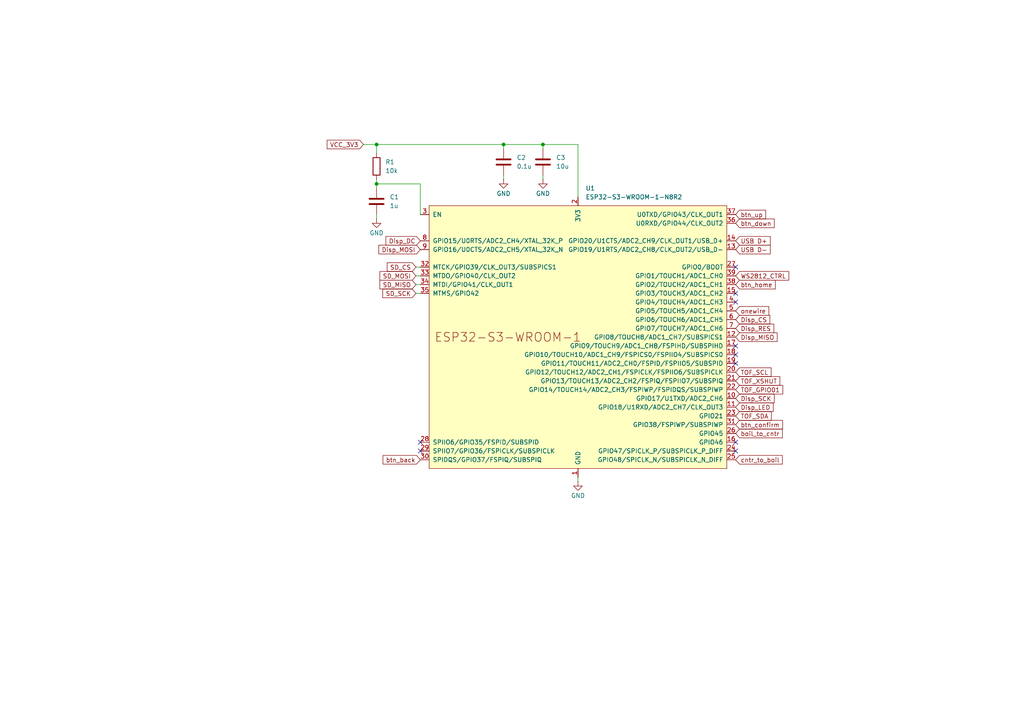
<source format=kicad_sch>
(kicad_sch (version 20231120) (generator "eeschema") (generator_version "8.0")
  (paper "A4")
  (title_block (title "Power and ESP32-S3"))
  (lib_symbols
    (symbol "Device:C" (pin_numbers hide) (pin_names (offset 0.254))
      (property "Reference" "C" (at 0.635 2.54 0))
      (property "Value" "C" (at 0.635 -2.54 0))
      (symbol "C_0_1"
        (polyline (pts (xy -2.032 -0.762) (xy 2.032 -0.762)) (stroke (width 0.508)))
        (polyline (pts (xy -2.032 0.762) (xy 2.032 0.762)) (stroke (width 0.508)))
      )
      (symbol "C_1_1"
        (pin passive line (at 0 3.81 270) (length 2.794) (name "~") (number "1"))
        (pin passive line (at 0 -3.81 90) (length 2.794) (name "~") (number "2"))
      )
    )
    (symbol "Device:R" (pin_numbers hide) (pin_names (offset 0))
      (property "Reference" "R" (at 2.032 0 90))
      (property "Value" "R" (at 0 0 90))
      (symbol "R_0_1"
        (rectangle (start -1.016 -2.54) (end 1.016 2.54) (stroke (width 0.254)))
      )
      (symbol "R_1_1"
        (pin passive line (at 0 3.81 270) (length 1.27) (name "~") (number "1"))
        (pin passive line (at 0 -3.81 90) (length 1.27) (name "~") (number "2"))
      )
    )
    (symbol "PCM_Espressif:ESP32-S3-WROOM-1" (pin_names (offset 1.016))
      (property "Reference" "U" (at -43.18 43.18 0))
      (property "Value" "ESP32-S3-WROOM-1" (at -43.18 40.64 0))
      (symbol "ESP32-S3-WROOM-1_0_0"
        (text "ESP32-S3-WROOM-1" (at -20.32 0 0) (effects (font (size 2.54 2.54))))
        (pin power_in line (at 0 -40.64 90) (length 2.54) (name "GND") (number "1"))
        (pin bidirectional line (at 45.72 -17.78 180) (length 2.54) (name "GPIO17/U1TXD/ADC2_CH6") (number "10"))
        (pin bidirectional line (at 45.72 -20.32 180) (length 2.54) (name "GPIO18/U1RXD/ADC2_CH7/CLK_OUT3") (number "11"))
        (pin bidirectional line (at 45.72 0 180) (length 2.54) (name "GPIO8/TOUCH8/ADC1_CH7/SUBSPICS1") (number "12"))
        (pin bidirectional line (at 45.72 25.4 180) (length 2.54) (name "GPIO19/U1RTS/ADC2_CH8/CLK_OUT2/USB_D-") (number "13"))
        (pin bidirectional line (at 45.72 27.94 180) (length 2.54) (name "GPIO20/U1CTS/ADC2_CH9/CLK_OUT1/USB_D+") (number "14"))
        (pin bidirectional line (at 45.72 12.7 180) (length 2.54) (name "GPIO3/TOUCH3/ADC1_CH2") (number "15"))
        (pin bidirectional line (at 45.72 -30.48 180) (length 2.54) (name "GPIO46") (number "16"))
        (pin bidirectional line (at 45.72 -2.54 180) (length 2.54) (name "GPIO9/TOUCH9/ADC1_CH8/FSPIHD/SUBSPIHD") (number "17"))
        (pin bidirectional line (at 45.72 -5.08 180) (length 2.54) (name "GPIO10/TOUCH10/ADC1_CH9/FSPICS0/FSPIIO4/SUBSPICS0") (number "18"))
        (pin bidirectional line (at 45.72 -7.62 180) (length 2.54) (name "GPIO11/TOUCH11/ADC2_CH0/FSPID/FSPIIO5/SUBSPID") (number "19"))
        (pin power_in line (at 0 40.64 270) (length 2.54) (name "3V3") (number "2"))
        (pin bidirectional line (at 45.72 -10.16 180) (length 2.54) (name "GPIO12/TOUCH12/ADC2_CH1/FSPICLK/FSPIIO6/SUBSPICLK") (number "20"))
        (pin bidirectional line (at 45.72 -12.7 180) (length 2.54) (name "GPIO13/TOUCH13/ADC2_CH2/FSPIQ/FSPIIO7/SUBSPIQ") (number "21"))
        (pin bidirectional line (at 45.72 -15.24 180) (length 2.54) (name "GPIO14/TOUCH14/ADC2_CH3/FSPIWP/FSPIDQS/SUBSPIWP") (number "22"))
        (pin bidirectional line (at 45.72 -22.86 180) (length 2.54) (name "GPIO21") (number "23"))
        (pin bidirectional line (at 45.72 -33.02 180) (length 2.54) (name "GPIO47/SPICLK_P/SUBSPICLK_P_DIFF") (number "24"))
        (pin bidirectional line (at 45.72 -35.56 180) (length 2.54) (name "GPIO48/SPICLK_N/SUBSPICLK_N_DIFF") (number "25"))
        (pin bidirectional line (at 45.72 -27.94 180) (length 2.54) (name "GPIO45") (number "26"))
        (pin bidirectional line (at 45.72 20.32 180) (length 2.54) (name "GPIO0/BOOT") (number "27"))
        (pin bidirectional line (at -45.72 -30.48 0) (length 2.54) (name "SPIIO6/GPIO35/FSPID/SUBSPID") (number "28"))
        (pin bidirectional line (at -45.72 -33.02 0) (length 2.54) (name "SPIIO7/GPIO36/FSPICLK/SUBSPICLK") (number "29"))
        (pin input line (at -45.72 35.56 0) (length 2.54) (name "EN") (number "3"))
        (pin bidirectional line (at -45.72 -35.56 0) (length 2.54) (name "SPIDQS/GPIO37/FSPIQ/SUBSPIQ") (number "30"))
        (pin bidirectional line (at 45.72 -25.4 180) (length 2.54) (name "GPIO38/FSPIWP/SUBSPIWP") (number "31"))
        (pin bidirectional line (at -45.72 20.32 0) (length 2.54) (name "MTCK/GPIO39/CLK_OUT3/SUBSPICS1") (number "32"))
        (pin bidirectional line (at -45.72 17.78 0) (length 2.54) (name "MTDO/GPIO40/CLK_OUT2") (number "33"))
        (pin bidirectional line (at -45.72 15.24 0) (length 2.54) (name "MTDI/GPIO41/CLK_OUT1") (number "34"))
        (pin bidirectional line (at -45.72 12.7 0) (length 2.54) (name "MTMS/GPIO42") (number "35"))
        (pin bidirectional line (at 45.72 33.02 180) (length 2.54) (name "U0RXD/GPIO44/CLK_OUT2") (number "36"))
        (pin bidirectional line (at 45.72 35.56 180) (length 2.54) (name "U0TXD/GPIO43/CLK_OUT1") (number "37"))
        (pin bidirectional line (at 45.72 15.24 180) (length 2.54) (name "GPIO2/TOUCH2/ADC1_CH1") (number "38"))
        (pin bidirectional line (at 45.72 17.78 180) (length 2.54) (name "GPIO1/TOUCH1/ADC1_CH0") (number "39"))
        (pin bidirectional line (at 45.72 10.16 180) (length 2.54) (name "GPIO4/TOUCH4/ADC1_CH3") (number "4"))
        (pin passive line (at 0 -40.64 90) (length 2.54) hide (name "GND") (number "40"))
        (pin passive line (at 0 -40.64 90) (length 2.54) hide (name "GND") (number "41"))
        (pin bidirectional line (at 45.72 7.62 180) (length 2.54) (name "GPIO5/TOUCH5/ADC1_CH4") (number "5"))
        (pin bidirectional line (at 45.72 5.08 180) (length 2.54) (name "GPIO6/TOUCH6/ADC1_CH5") (number "6"))
        (pin bidirectional line (at 45.72 2.54 180) (length 2.54) (name "GPIO7/TOUCH7/ADC1_CH6") (number "7"))
        (pin bidirectional line (at -45.72 27.94 0) (length 2.54) (name "GPIO15/U0RTS/ADC2_CH4/XTAL_32K_P") (number "8"))
        (pin bidirectional line (at -45.72 25.4 0) (length 2.54) (name "GPIO16/U0CTS/ADC2_CH5/XTAL_32K_N") (number "9"))
      )
      (symbol "ESP32-S3-WROOM-1_0_1"
        (rectangle (start -43.18 38.1) (end 43.18 -38.1) (fill (type background)))
      )
    )
    (symbol "power:GND" (power) (pin_numbers hide) (pin_names (offset 0) hide)
      (property "Value" "GND" (at 0 -3.81 0))
      (symbol "GND_0_1"
        (polyline (pts (xy 0 0) (xy 0 -1.27) (xy 1.27 -1.27) (xy 0 -2.54) (xy -1.27 -1.27) (xy 0 -1.27)))
      )
      (symbol "GND_1_1"
        (pin power_in line (at 0 0 270) (length 0) (name "~") (number "1"))
      )
    )
  )
  (junction (at 109.22 53.34))
  (junction (at 146.05 41.91))
  (junction (at 109.22 41.91))
  (junction (at 157.48 41.91))
  (no_connect (at 213.36 85.09))
  (no_connect (at 121.92 128.27))
  (no_connect (at 213.36 130.81))
  (no_connect (at 213.36 77.47))
  (no_connect (at 213.36 100.33))
  (no_connect (at 213.36 128.27))
  (no_connect (at 121.92 130.81))
  (no_connect (at 213.36 102.87))
  (no_connect (at 213.36 87.63))
  (no_connect (at 213.36 105.41))
  (wire (pts (xy 109.22 41.91) (xy 105.41 41.91)))
  (wire (pts (xy 120.65 85.09) (xy 121.92 85.09)))
  (wire (pts (xy 146.05 41.91) (xy 157.48 41.91)))
  (wire (pts (xy 121.92 53.34) (xy 109.22 53.34)))
  (wire (pts (xy 167.64 41.91) (xy 167.64 57.15)))
  (wire (pts (xy 157.48 50.8) (xy 157.48 52.07)))
  (wire (pts (xy 146.05 50.8) (xy 146.05 52.07)))
  (wire (pts (xy 146.05 41.91) (xy 146.05 43.18)))
  (wire (pts (xy 121.92 62.23) (xy 121.92 53.34)))
  (wire (pts (xy 109.22 41.91) (xy 109.22 44.45)))
  (wire (pts (xy 167.64 41.91) (xy 157.48 41.91)))
  (wire (pts (xy 109.22 53.34) (xy 109.22 54.61)))
  (wire (pts (xy 109.22 52.07) (xy 109.22 53.34)))
  (wire (pts (xy 120.65 82.55) (xy 121.92 82.55)))
  (wire (pts (xy 157.48 41.91) (xy 157.48 43.18)))
  (wire (pts (xy 109.22 41.91) (xy 146.05 41.91)))
  (wire (pts (xy 120.65 80.01) (xy 121.92 80.01)))
  (wire (pts (xy 109.22 62.23) (xy 109.22 63.5)))
  (wire (pts (xy 120.65 77.47) (xy 121.92 77.47)))
  (wire (pts (xy 167.64 138.43) (xy 167.64 139.7)))
  (global_label "Disp_MISO" (shape input) (at 213.36 97.79 0) (property "Intersheetrefs" "${INTERSHEET_REFS}" (effects (hide yes))))
  (global_label "TOF_SDA" (shape input) (at 213.36 120.65 0) (property "Intersheetrefs" "${INTERSHEET_REFS}" (effects (hide yes))))
  (global_label "Disp_LED" (shape input) (at 213.36 118.11 0) (property "Intersheetrefs" "${INTERSHEET_REFS}" (effects (hide yes))))
  (global_label "USB D-" (shape input) (at 213.36 72.39 0) (property "Intersheetrefs" "${INTERSHEET_REFS}" (effects (hide yes))))
  (global_label "Disp_RES" (shape input) (at 213.36 95.25 0) (property "Intersheetrefs" "${INTERSHEET_REFS}" (effects (hide yes))))
  (global_label "btn_down" (shape input) (at 213.36 64.77 0) (property "Intersheetrefs" "${INTERSHEET_REFS}" (effects (hide yes))))
  (global_label "Disp_SCK" (shape input) (at 213.36 115.57 0) (property "Intersheetrefs" "${INTERSHEET_REFS}" (effects (hide yes))))
  (global_label "VCC_3V3" (shape input) (at 105.41 41.91 180) (property "Intersheetrefs" "${INTERSHEET_REFS}" (effects (hide yes))))
  (global_label "Disp_MOSI" (shape input) (at 121.92 72.39 180) (property "Intersheetrefs" "${INTERSHEET_REFS}" (effects (hide yes))))
  (global_label "SD_SCK" (shape input) (at 120.65 85.09 180) (property "Intersheetrefs" "${INTERSHEET_REFS}" (effects (hide yes))))
  (global_label "onewire" (shape input) (at 213.36 90.17 0) (property "Intersheetrefs" "${INTERSHEET_REFS}" (effects (hide yes))))
  (global_label "TOF_GPIO01" (shape input) (at 213.36 113.03 0) (property "Intersheetrefs" "${INTERSHEET_REFS}" (effects (hide yes))))
  (global_label "boil_to_cntr" (shape input) (at 213.36 125.73 0) (property "Intersheetrefs" "${INTERSHEET_REFS}" (effects (hide yes))))
  (global_label "Disp_DC" (shape input) (at 121.92 69.85 180) (property "Intersheetrefs" "${INTERSHEET_REFS}" (effects (hide yes))))
  (global_label "btn_home" (shape input) (at 213.36 82.55 0) (property "Intersheetrefs" "${INTERSHEET_REFS}" (effects (hide yes))))
  (global_label "WS2812_CTRL" (shape input) (at 213.36 80.01 0) (property "Intersheetrefs" "${INTERSHEET_REFS}" (effects (hide yes))))
  (global_label "SD_MISO" (shape input) (at 120.65 82.55 180) (property "Intersheetrefs" "${INTERSHEET_REFS}" (effects (hide yes))))
  (global_label "SD_MOSI" (shape input) (at 120.65 80.01 180) (property "Intersheetrefs" "${INTERSHEET_REFS}" (effects (hide yes))))
  (global_label "USB D+" (shape input) (at 213.36 69.85 0) (property "Intersheetrefs" "${INTERSHEET_REFS}" (effects (hide yes))))
  (global_label "btn_back" (shape input) (at 121.92 133.35 180) (property "Intersheetrefs" "${INTERSHEET_REFS}" (effects (hide yes))))
  (global_label "cntr_to_boil" (shape input) (at 213.36 133.35 0) (property "Intersheetrefs" "${INTERSHEET_REFS}" (effects (hide yes))))
  (global_label "TOF_XSHUT" (shape input) (at 213.36 110.49 0) (property "Intersheetrefs" "${INTERSHEET_REFS}" (effects (hide yes))))
  (global_label "TOF_SCL" (shape input) (at 213.36 107.95 0) (property "Intersheetrefs" "${INTERSHEET_REFS}" (effects (hide yes))))
  (global_label "SD_CS" (shape input) (at 120.65 77.47 180) (property "Intersheetrefs" "${INTERSHEET_REFS}" (effects (hide yes))))
  (global_label "btn_confirm" (shape input) (at 213.36 123.19 0) (property "Intersheetrefs" "${INTERSHEET_REFS}" (effects (hide yes))))
  (global_label "Disp_CS" (shape input) (at 213.36 92.71 0) (property "Intersheetrefs" "${INTERSHEET_REFS}" (effects (hide yes))))
  (global_label "btn_up" (shape input) (at 213.36 62.23 0) (property "Intersheetrefs" "${INTERSHEET_REFS}" (effects (hide yes))))
  (symbol (lib_id "power:GND") (at 157.48 52.07 0) (unit 1)
    (property "Reference" "#PWR03" (effects (hide yes)))
    (property "Value" "GND" (at 157.48 56.134 0))
    (property "Description" "Power symbol creates a global label with name \"GND\" , ground" (effects (hide yes)))
  )
  (symbol (lib_id "PCM_Espressif:ESP32-S3-WROOM-1") (at 167.64 97.79 0) (unit 1)
    (property "Reference" "U1" (at 169.8341 54.61 0) (effects (justify left)))
    (property "Value" "ESP32-S3-WROOM-1-N8R2" (at 169.8341 57.15 0) (effects (justify left)))
    (property "Footprint" "PCM_Espressif:ESP32-S3-WROOM-1" (effects (hide yes)))
    (property "Datasheet" "https://www.espressif.com/sites/default/files/documentation/esp32-s3-wroom-1_wroom-1u_datasheet_en.pdf" (effects (hide yes)))
    (property "Description" "2.4 GHz WiFi (802.11 b/g/n) and Bluetooth ® 5 (LE) module Built around ESP32S3 series of SoCs, Xtensa ® dualcore 32bit LX7 microprocessor Flash up to 16 MB, PSRAM up to 8 MB 36 GPIOs, rich set of peripherals Onboard PCB antenna" (effects (hide yes)))
    (property "LCSC Part # " "C2913204" (effects (hide yes)))
  )
  (symbol (lib_id "Device:C") (at 157.48 46.99 0) (unit 1)
    (property "Reference" "C3" (at 161.29 45.7199 0) (effects (justify left)))
    (property "Value" "10u" (at 161.29 48.2599 0) (effects (justify left)))
    (property "Footprint" "Capacitor_SMD:C_0402_1005Metric" (effects (hide yes)))
    (property "Description" "Unpolarized capacitor" (effects (hide yes)))
    (property "LCSC Part # " " C15525" (effects (hide yes)))
  )
  (symbol (lib_id "power:GND") (at 109.22 63.5 0) (unit 1)
    (property "Reference" "#PWR01" (effects (hide yes)))
    (property "Value" "GND" (at 109.22 67.564 0))
    (property "Description" "Power symbol creates a global label with name \"GND\" , ground" (effects (hide yes)))
  )
  (symbol (lib_id "power:GND") (at 167.64 139.7 0) (unit 1)
    (property "Reference" "#PWR04" (effects (hide yes)))
    (property "Value" "GND" (at 167.64 143.764 0))
    (property "Description" "Power symbol creates a global label with name \"GND\" , ground" (effects (hide yes)))
  )
  (symbol (lib_id "Device:C") (at 109.22 58.42 0) (unit 1)
    (property "Reference" "C1" (at 113.03 57.1499 0) (effects (justify left)))
    (property "Value" "1u" (at 113.03 59.6899 0) (effects (justify left)))
    (property "Footprint" "Capacitor_SMD:C_0603_1608Metric" (effects (hide yes)))
    (property "Description" "Unpolarized capacitor" (effects (hide yes)))
    (property "LCSC Part # " "C15849" (effects (hide yes)))
  )
  (symbol (lib_id "power:GND") (at 146.05 52.07 0) (unit 1)
    (property "Reference" "#PWR02" (effects (hide yes)))
    (property "Value" "GND" (at 146.05 56.134 0))
    (property "Description" "Power symbol creates a global label with name \"GND\" , ground" (effects (hide yes)))
  )
  (symbol (lib_id "Device:R") (at 109.22 48.26 180) (unit 1)
    (property "Reference" "R1" (at 111.76 46.9899 0) (effects (justify right)))
    (property "Value" "10k" (at 111.76 49.5299 0) (effects (justify right)))
    (property "Footprint" "Resistor_SMD:R_0201_0603Metric" (effects (hide yes)))
    (property "Description" "Resistor" (effects (hide yes)))
    (property "LCSC Part # " "C25804" (effects (hide yes)))
  )
  (symbol (lib_id "Device:C") (at 146.05 46.99 0) (unit 1)
    (property "Reference" "C2" (at 149.86 45.7199 0) (effects (justify left)))
    (property "Value" "0.1u" (at 149.86 48.2599 0) (effects (justify left)))
    (property "Footprint" "Capacitor_SMD:C_0603_1608Metric" (effects (hide yes)))
    (property "Description" "Unpolarized capacitor" (effects (hide yes)))
    (property "LCSC Part # " "C14663" (effects (hide yes)))
  )
)
</source>
